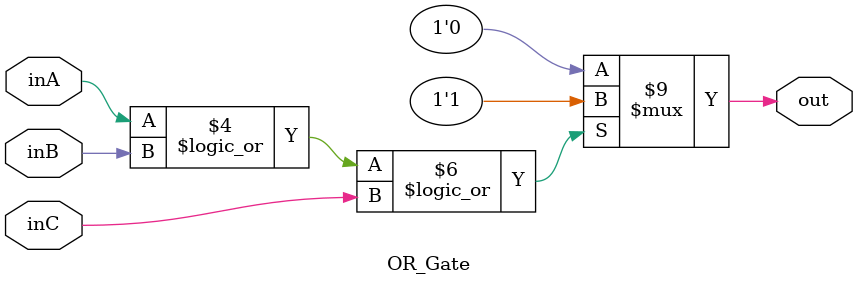
<source format=v>
`timescale 1ns / 1ps


module OR_Gate(inA, inB, inC, out);

input inA, inB, inC;
output reg out;

always @(inA or inB or inC)
begin
    if((inA == 1) || (inB == 1) || (inC == 1))
        out = 1;
    else
        out = 0;
end

initial begin 
    out = 0;
end
endmodule

</source>
